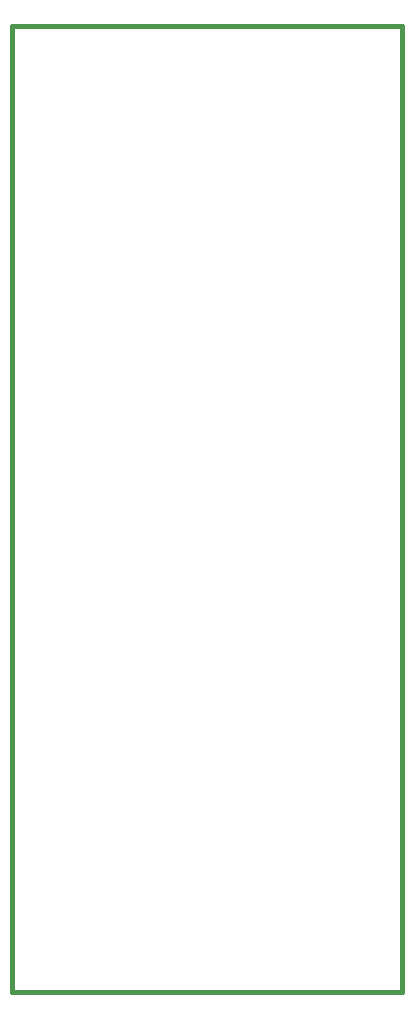
<source format=gbr>
%TF.GenerationSoftware,KiCad,Pcbnew,8.0.7*%
%TF.CreationDate,2025-01-08T02:29:51-05:00*%
%TF.ProjectId,active-drag-system-minimal,61637469-7665-42d6-9472-61672d737973,rev?*%
%TF.SameCoordinates,Original*%
%TF.FileFunction,Profile,NP*%
%FSLAX46Y46*%
G04 Gerber Fmt 4.6, Leading zero omitted, Abs format (unit mm)*
G04 Created by KiCad (PCBNEW 8.0.7) date 2025-01-08 02:29:51*
%MOMM*%
%LPD*%
G01*
G04 APERTURE LIST*
%TA.AperFunction,Profile*%
%ADD10C,0.400000*%
%TD*%
G04 APERTURE END LIST*
D10*
X131500000Y-60400000D02*
X164500000Y-60400000D01*
X164500000Y-142200000D01*
X131500000Y-142200000D01*
X131500000Y-60400000D01*
M02*

</source>
